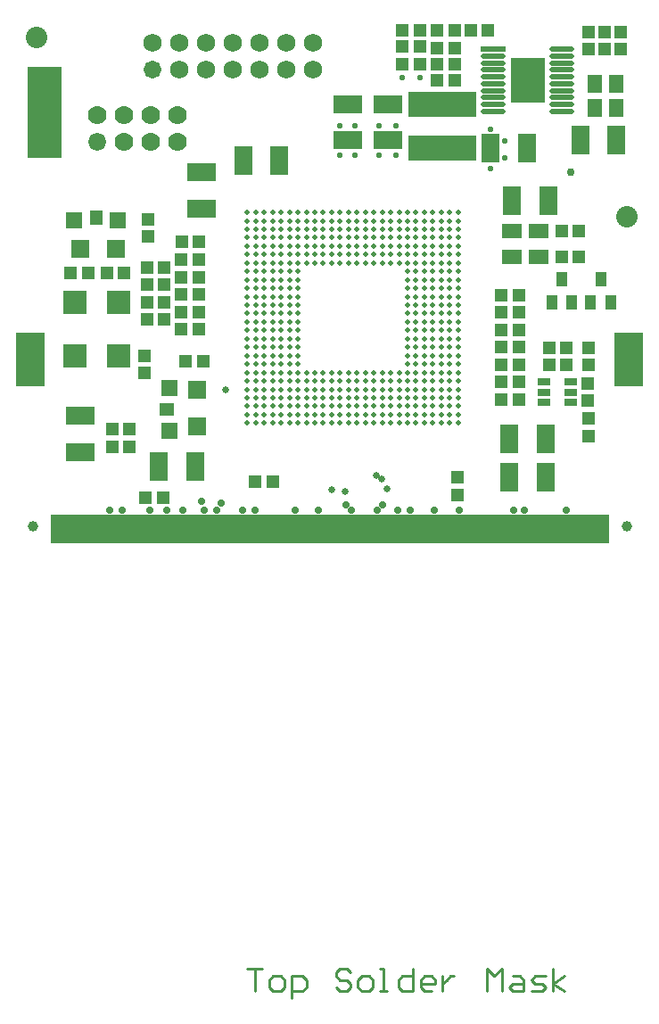
<source format=gts>
%FSLAX24Y24*%
%MOIN*%
G70*
G01*
G75*
%ADD10C,0.0040*%
%ADD11C,0.0400*%
%ADD12C,0.0157*%
%ADD13R,0.0236X0.0906*%
%ADD14R,0.0380X0.0380*%
%ADD15R,0.0315X0.0472*%
%ADD16R,0.0650X0.0500*%
%ADD17R,0.0600X0.1000*%
%ADD18R,0.0600X0.0600*%
%ADD19R,0.0551X0.0512*%
%ADD20R,0.0472X0.0394*%
%ADD21R,0.1000X0.0600*%
%ADD22R,0.0433X0.0236*%
%ADD23R,0.0800X0.0800*%
%ADD24R,0.2480X0.0846*%
%ADD25R,0.0500X0.0600*%
%ADD26R,0.0512X0.0551*%
%ADD27R,0.0394X0.0472*%
%ADD28O,0.0846X0.0138*%
%ADD29R,0.0846X0.0138*%
%ADD30R,0.1181X0.1575*%
%ADD31C,0.0100*%
%ADD32C,0.0060*%
%ADD33C,0.0050*%
%ADD34C,0.0138*%
%ADD35C,0.0200*%
%ADD36C,0.0250*%
%ADD37C,0.0130*%
%ADD38C,0.0500*%
%ADD39C,0.0300*%
%ADD40C,0.0400*%
%ADD41C,0.0110*%
%ADD42C,0.0098*%
%ADD43C,0.0600*%
%ADD44P,0.0600X8X0*%
%ADD45C,0.0620*%
%ADD46P,0.0620X8X0*%
%ADD47C,0.0180*%
%ADD48C,0.0200*%
%ADD49C,0.0500*%
%ADD50C,0.0150*%
%ADD51C,0.0080*%
%ADD52C,0.0059*%
%ADD53C,0.0098*%
%ADD54C,0.0079*%
%ADD55R,2.0896X0.1063*%
%ADD56R,0.1102X0.2008*%
%ADD57R,0.1102X0.2008*%
%ADD58R,0.1250X0.3400*%
%ADD59C,0.0800*%
%ADD60C,0.0394*%
%ADD61R,0.0316X0.0986*%
%ADD62R,0.0460X0.0460*%
%ADD63R,0.0395X0.0552*%
%ADD64R,0.0730X0.0580*%
%ADD65R,0.0680X0.1080*%
%ADD66R,0.0680X0.0680*%
%ADD67R,0.0631X0.0592*%
%ADD68R,0.0552X0.0474*%
%ADD69R,0.1080X0.0680*%
%ADD70R,0.0513X0.0316*%
%ADD71R,0.0880X0.0880*%
%ADD72R,0.2560X0.0926*%
%ADD73R,0.0580X0.0680*%
%ADD74R,0.0592X0.0631*%
%ADD75R,0.0474X0.0552*%
%ADD76O,0.0926X0.0218*%
%ADD77R,0.0926X0.0218*%
%ADD78R,0.1261X0.1655*%
%ADD79C,0.0197*%
%ADD80C,0.0680*%
%ADD81P,0.0680X8X0*%
%ADD82C,0.0700*%
%ADD83P,0.0700X8X0*%
%ADD84C,0.0220*%
%ADD85C,0.0260*%
%ADD86C,0.0280*%
%ADD87C,0.0300*%
D42*
X85145Y62992D02*
X85696D01*
X85421D01*
Y62165D01*
X86109D02*
X86385D01*
X86523Y62303D01*
Y62578D01*
X86385Y62716D01*
X86109D01*
X85972Y62578D01*
Y62303D01*
X86109Y62165D01*
X86798Y61890D02*
Y62716D01*
X87211D01*
X87349Y62578D01*
Y62303D01*
X87211Y62165D01*
X86798D01*
X89002Y62854D02*
X88864Y62992D01*
X88589D01*
X88451Y62854D01*
Y62716D01*
X88589Y62578D01*
X88864D01*
X89002Y62441D01*
Y62303D01*
X88864Y62165D01*
X88589D01*
X88451Y62303D01*
X89415Y62165D02*
X89691D01*
X89829Y62303D01*
Y62578D01*
X89691Y62716D01*
X89415D01*
X89278Y62578D01*
Y62303D01*
X89415Y62165D01*
X90104D02*
X90380D01*
X90242D01*
Y62992D01*
X90104D01*
X91344D02*
Y62165D01*
X90931D01*
X90793Y62303D01*
Y62578D01*
X90931Y62716D01*
X91344D01*
X92033Y62165D02*
X91757D01*
X91619Y62303D01*
Y62578D01*
X91757Y62716D01*
X92033D01*
X92170Y62578D01*
Y62441D01*
X91619D01*
X92446Y62716D02*
Y62165D01*
Y62441D01*
X92584Y62578D01*
X92721Y62716D01*
X92859D01*
X94099Y62165D02*
Y62992D01*
X94374Y62716D01*
X94650Y62992D01*
Y62165D01*
X95063Y62716D02*
X95339D01*
X95476Y62578D01*
Y62165D01*
X95063D01*
X94925Y62303D01*
X95063Y62441D01*
X95476D01*
X95752Y62165D02*
X96165D01*
X96303Y62303D01*
X96165Y62441D01*
X95890D01*
X95752Y62578D01*
X95890Y62716D01*
X96303D01*
X96578Y62165D02*
Y62992D01*
Y62441D02*
X96992Y62716D01*
X96578Y62441D02*
X96992Y62165D01*
D55*
X88231Y79429D02*
D03*
D56*
X99397Y85768D02*
D03*
D57*
X77035Y85768D02*
D03*
D58*
X77559Y94997D02*
D03*
D59*
X99318Y91102D02*
D03*
X77271Y97795D02*
D03*
D60*
X99318Y79527D02*
D03*
X77114D02*
D03*
D61*
X77960Y79449D02*
D03*
X79594D02*
D03*
X79909D02*
D03*
X80224D02*
D03*
X80539D02*
D03*
X80854D02*
D03*
X81169D02*
D03*
X81484D02*
D03*
X81799D02*
D03*
X82114D02*
D03*
X82429D02*
D03*
X82744D02*
D03*
X83059D02*
D03*
X83373D02*
D03*
X83688D02*
D03*
X84003D02*
D03*
X84318D02*
D03*
X84633D02*
D03*
X84948D02*
D03*
X85263D02*
D03*
X85578D02*
D03*
X85893D02*
D03*
X86208D02*
D03*
X86523D02*
D03*
X86838D02*
D03*
X87153D02*
D03*
X87468D02*
D03*
X87783D02*
D03*
X88098D02*
D03*
X88413D02*
D03*
X88728D02*
D03*
X89043D02*
D03*
X89358D02*
D03*
X89673D02*
D03*
X89988D02*
D03*
X90303D02*
D03*
X90618D02*
D03*
X90933D02*
D03*
X91247D02*
D03*
X91562D02*
D03*
X91877D02*
D03*
X92192D02*
D03*
X92507D02*
D03*
X92822D02*
D03*
X93137D02*
D03*
X93452D02*
D03*
X93767D02*
D03*
X94082D02*
D03*
X94397D02*
D03*
X94712D02*
D03*
X95027D02*
D03*
X95342D02*
D03*
X95657D02*
D03*
X95972D02*
D03*
X96287D02*
D03*
X96602D02*
D03*
X96917D02*
D03*
X97232D02*
D03*
X97547D02*
D03*
X97862D02*
D03*
X98177D02*
D03*
X98492D02*
D03*
D62*
X81434Y90997D02*
D03*
Y90347D02*
D03*
X97534Y90547D02*
D03*
X96884D02*
D03*
X95294Y84923D02*
D03*
X97534Y89597D02*
D03*
X96884D02*
D03*
X94644Y84923D02*
D03*
Y85573D02*
D03*
X95294D02*
D03*
X83484Y85697D02*
D03*
X82834D02*
D03*
X80084Y82497D02*
D03*
X80734D02*
D03*
Y83147D02*
D03*
X80084D02*
D03*
X97884Y86197D02*
D03*
Y85547D02*
D03*
X81334Y80597D02*
D03*
X81984D02*
D03*
X79184Y88997D02*
D03*
X78534D02*
D03*
X92984Y81357D02*
D03*
Y80707D02*
D03*
X85434Y81197D02*
D03*
X86084D02*
D03*
X94644Y84273D02*
D03*
X95294D02*
D03*
X97873Y84867D02*
D03*
Y84217D02*
D03*
X94644Y86873D02*
D03*
X95294D02*
D03*
X94644Y86223D02*
D03*
X95294D02*
D03*
X97893Y82905D02*
D03*
Y83555D02*
D03*
X81284Y85897D02*
D03*
Y85247D02*
D03*
X79884Y88997D02*
D03*
X80534D02*
D03*
X95294Y87523D02*
D03*
X94644D02*
D03*
Y88173D02*
D03*
X95294D02*
D03*
X83319Y86889D02*
D03*
X82669D02*
D03*
X83319Y87539D02*
D03*
X82669D02*
D03*
X82034Y87247D02*
D03*
X81384D02*
D03*
X97073Y85567D02*
D03*
X96423D02*
D03*
X82034Y87897D02*
D03*
X81384D02*
D03*
X83319Y88189D02*
D03*
X82669D02*
D03*
X82034Y88547D02*
D03*
X81384D02*
D03*
X83319Y88839D02*
D03*
X82669D02*
D03*
X82034Y89197D02*
D03*
X81384D02*
D03*
X83319Y89489D02*
D03*
X82669D02*
D03*
X83334Y90147D02*
D03*
X82684D02*
D03*
X91584Y96797D02*
D03*
Y97447D02*
D03*
X93484Y98047D02*
D03*
X94134D02*
D03*
X92234Y96797D02*
D03*
X92884D02*
D03*
X97884Y97347D02*
D03*
Y97997D02*
D03*
X90934Y98047D02*
D03*
X91584D02*
D03*
X96418Y86183D02*
D03*
X97068D02*
D03*
X92234Y96197D02*
D03*
X92884D02*
D03*
X99084Y97347D02*
D03*
Y97997D02*
D03*
X98484Y97347D02*
D03*
Y97997D02*
D03*
X92234Y97397D02*
D03*
Y98047D02*
D03*
X92884Y97397D02*
D03*
Y98047D02*
D03*
X90934Y96797D02*
D03*
Y97447D02*
D03*
D63*
X98724Y87886D02*
D03*
X97976D02*
D03*
X98350Y88752D02*
D03*
X97274Y87886D02*
D03*
X96526D02*
D03*
X96900Y88752D02*
D03*
D64*
X96034Y90547D02*
D03*
X95034D02*
D03*
X96034Y89597D02*
D03*
X95034D02*
D03*
D65*
X97584Y93947D02*
D03*
X98934D02*
D03*
X94934Y81347D02*
D03*
X96284D02*
D03*
X94934Y82797D02*
D03*
X96284D02*
D03*
X83184Y81747D02*
D03*
X81834D02*
D03*
X84984Y93197D02*
D03*
X86334D02*
D03*
X95034Y91697D02*
D03*
X96384D02*
D03*
X94234Y93647D02*
D03*
X95584D02*
D03*
D66*
X83268Y83278D02*
D03*
Y84628D02*
D03*
X78884Y89897D02*
D03*
X80234D02*
D03*
D67*
X82234Y83090D02*
D03*
Y84705D02*
D03*
D68*
X82116Y83897D02*
D03*
D69*
X83434Y91397D02*
D03*
Y92747D02*
D03*
X88884Y93947D02*
D03*
Y95297D02*
D03*
X78884Y83647D02*
D03*
Y82297D02*
D03*
X90384Y93947D02*
D03*
Y95297D02*
D03*
D70*
X96223Y84917D02*
D03*
X97247D02*
D03*
X96223Y84169D02*
D03*
Y84543D02*
D03*
X97247Y84169D02*
D03*
Y84543D02*
D03*
D71*
X80337Y85897D02*
D03*
Y87897D02*
D03*
X78684Y85897D02*
D03*
Y87897D02*
D03*
D72*
X92434Y95297D02*
D03*
Y93664D02*
D03*
D73*
X98134Y95147D02*
D03*
Y96047D02*
D03*
X98934Y95147D02*
D03*
Y96047D02*
D03*
D74*
X78677Y90947D02*
D03*
X80291D02*
D03*
D75*
X79484Y91066D02*
D03*
D76*
X96912Y95044D02*
D03*
Y95300D02*
D03*
Y95556D02*
D03*
Y95812D02*
D03*
Y96068D02*
D03*
Y96324D02*
D03*
Y96580D02*
D03*
Y96836D02*
D03*
Y97092D02*
D03*
Y97347D02*
D03*
X94334Y95044D02*
D03*
Y95300D02*
D03*
Y95556D02*
D03*
Y95812D02*
D03*
Y96068D02*
D03*
Y96324D02*
D03*
Y96580D02*
D03*
Y96836D02*
D03*
Y97092D02*
D03*
D77*
Y97347D02*
D03*
D78*
X95623Y96196D02*
D03*
D79*
X85145Y83386D02*
D03*
X85460D02*
D03*
X85775D02*
D03*
X86090D02*
D03*
X86405D02*
D03*
X86720D02*
D03*
X87035D02*
D03*
X87350D02*
D03*
X87665D02*
D03*
X87980D02*
D03*
X88295D02*
D03*
X88610D02*
D03*
X88925D02*
D03*
X89240D02*
D03*
X89555D02*
D03*
X89870D02*
D03*
X90185D02*
D03*
X90499D02*
D03*
X90814D02*
D03*
X91129D02*
D03*
X91444D02*
D03*
X91759D02*
D03*
X92074D02*
D03*
X92389D02*
D03*
X92704D02*
D03*
X93019D02*
D03*
X85145Y83701D02*
D03*
X85460D02*
D03*
X85775D02*
D03*
X86090D02*
D03*
X86405D02*
D03*
X86720D02*
D03*
X87035D02*
D03*
X87350D02*
D03*
X87665D02*
D03*
X87980D02*
D03*
X88295D02*
D03*
X88610D02*
D03*
X88925D02*
D03*
X89240D02*
D03*
X89555D02*
D03*
X89870D02*
D03*
X90185D02*
D03*
X90499D02*
D03*
X90814D02*
D03*
X91129D02*
D03*
X91444D02*
D03*
X91759D02*
D03*
X92074D02*
D03*
X92389D02*
D03*
X92704D02*
D03*
X93019D02*
D03*
X85145Y84016D02*
D03*
X85460D02*
D03*
X85775D02*
D03*
X86090D02*
D03*
X86405D02*
D03*
X86720D02*
D03*
X87035D02*
D03*
X87350D02*
D03*
X87665D02*
D03*
X87980D02*
D03*
X88295D02*
D03*
X88610D02*
D03*
X88925D02*
D03*
X89240D02*
D03*
X89555D02*
D03*
X89870D02*
D03*
X90185D02*
D03*
X90499D02*
D03*
X90814D02*
D03*
X91129D02*
D03*
X91444D02*
D03*
X91759D02*
D03*
X92074D02*
D03*
X92389D02*
D03*
X92704D02*
D03*
X93019D02*
D03*
X85145Y84331D02*
D03*
X85460D02*
D03*
X85775D02*
D03*
X86090D02*
D03*
X86405D02*
D03*
X86720D02*
D03*
X87035D02*
D03*
X87350D02*
D03*
X87665D02*
D03*
X87980D02*
D03*
X88295D02*
D03*
X88610D02*
D03*
X88925D02*
D03*
X89240D02*
D03*
X89555D02*
D03*
X89870D02*
D03*
X90185D02*
D03*
X90499D02*
D03*
X90814D02*
D03*
X91129D02*
D03*
X91444D02*
D03*
X91759D02*
D03*
X92074D02*
D03*
X92389D02*
D03*
X92704D02*
D03*
X93019D02*
D03*
X85145Y84646D02*
D03*
X85460D02*
D03*
X85775D02*
D03*
X86090D02*
D03*
X86405D02*
D03*
X86720D02*
D03*
X87035D02*
D03*
X87350D02*
D03*
X87665D02*
D03*
X87980D02*
D03*
X88295D02*
D03*
X88610D02*
D03*
X88925D02*
D03*
X89240D02*
D03*
X89555D02*
D03*
X89870D02*
D03*
X90185D02*
D03*
X90499D02*
D03*
X90814D02*
D03*
X91129D02*
D03*
X91444D02*
D03*
X91759D02*
D03*
X92074D02*
D03*
X92389D02*
D03*
X92704D02*
D03*
X93019D02*
D03*
X85145Y84960D02*
D03*
X85460D02*
D03*
X85775D02*
D03*
X86090D02*
D03*
X86405D02*
D03*
X86720D02*
D03*
X87035D02*
D03*
X87350D02*
D03*
X87665D02*
D03*
X87980D02*
D03*
X88295D02*
D03*
X88610D02*
D03*
X88925D02*
D03*
X89240D02*
D03*
X89555D02*
D03*
X89870D02*
D03*
X90185D02*
D03*
X90499D02*
D03*
X90814D02*
D03*
X91129D02*
D03*
X91444D02*
D03*
X91759D02*
D03*
X92074D02*
D03*
X92389D02*
D03*
X92704D02*
D03*
X93019D02*
D03*
X85145Y85275D02*
D03*
X85460D02*
D03*
X85775D02*
D03*
X86090D02*
D03*
X86405D02*
D03*
X86720D02*
D03*
X87035D02*
D03*
X87350D02*
D03*
X87665D02*
D03*
X87980D02*
D03*
X88295D02*
D03*
X88610D02*
D03*
X88925D02*
D03*
X89240D02*
D03*
X89555D02*
D03*
X89870D02*
D03*
X90185D02*
D03*
X90499D02*
D03*
X90814D02*
D03*
X91129D02*
D03*
X91444D02*
D03*
X91759D02*
D03*
X92074D02*
D03*
X92389D02*
D03*
X92704D02*
D03*
X93019D02*
D03*
X85145Y85590D02*
D03*
X85460D02*
D03*
X85775D02*
D03*
X86090D02*
D03*
X86405D02*
D03*
X86720D02*
D03*
X87035D02*
D03*
X91129D02*
D03*
X91444D02*
D03*
X91759D02*
D03*
X92074D02*
D03*
X92389D02*
D03*
X92704D02*
D03*
X93019D02*
D03*
X85145Y85905D02*
D03*
X85460D02*
D03*
X85775D02*
D03*
X86090D02*
D03*
X86405D02*
D03*
X86720D02*
D03*
X87035D02*
D03*
X91129D02*
D03*
X91444D02*
D03*
X91759D02*
D03*
X92074D02*
D03*
X92389D02*
D03*
X92704D02*
D03*
X93019D02*
D03*
X85145Y86220D02*
D03*
X85460D02*
D03*
X85775D02*
D03*
X86090D02*
D03*
X86405D02*
D03*
X86720D02*
D03*
X87035D02*
D03*
X91129D02*
D03*
X91444D02*
D03*
X91759D02*
D03*
X92074D02*
D03*
X92389D02*
D03*
X92704D02*
D03*
X93019D02*
D03*
X85145Y86535D02*
D03*
X85460D02*
D03*
X85775D02*
D03*
X86090D02*
D03*
X86405D02*
D03*
X86720D02*
D03*
X87035D02*
D03*
X91129D02*
D03*
X91444D02*
D03*
X91759D02*
D03*
X92074D02*
D03*
X92389D02*
D03*
X92704D02*
D03*
X93019D02*
D03*
X85145Y86850D02*
D03*
X85460D02*
D03*
X85775D02*
D03*
X86090D02*
D03*
X86405D02*
D03*
X86720D02*
D03*
X87035D02*
D03*
X91129D02*
D03*
X91444D02*
D03*
X91759D02*
D03*
X92074D02*
D03*
X92389D02*
D03*
X92704D02*
D03*
X93019D02*
D03*
X85145Y87165D02*
D03*
X85460D02*
D03*
X85775D02*
D03*
X86090D02*
D03*
X86405D02*
D03*
X86720D02*
D03*
X87035D02*
D03*
X91129D02*
D03*
X91444D02*
D03*
X91759D02*
D03*
X92074D02*
D03*
X92389D02*
D03*
X92704D02*
D03*
X93019D02*
D03*
X85145Y87480D02*
D03*
X85460D02*
D03*
X85775D02*
D03*
X86090D02*
D03*
X86405D02*
D03*
X86720D02*
D03*
X87035D02*
D03*
X91129D02*
D03*
X91444D02*
D03*
X91759D02*
D03*
X92074D02*
D03*
X92389D02*
D03*
X92704D02*
D03*
X93019D02*
D03*
X85145Y87795D02*
D03*
X85460D02*
D03*
X85775D02*
D03*
X86090D02*
D03*
X86405D02*
D03*
X86720D02*
D03*
X87035D02*
D03*
X91129D02*
D03*
X91444D02*
D03*
X91759D02*
D03*
X92074D02*
D03*
X92389D02*
D03*
X92704D02*
D03*
X93019D02*
D03*
X85145Y88110D02*
D03*
X85460D02*
D03*
X85775D02*
D03*
X86090D02*
D03*
X86405D02*
D03*
X86720D02*
D03*
X87035D02*
D03*
X91129D02*
D03*
X91444D02*
D03*
X91759D02*
D03*
X92074D02*
D03*
X92389D02*
D03*
X92704D02*
D03*
X93019D02*
D03*
X85145Y88425D02*
D03*
X85460D02*
D03*
X85775D02*
D03*
X86090D02*
D03*
X86405D02*
D03*
X86720D02*
D03*
X87035D02*
D03*
X91129D02*
D03*
X91444D02*
D03*
X91759D02*
D03*
X92074D02*
D03*
X92389D02*
D03*
X92704D02*
D03*
X93019D02*
D03*
X85145Y88740D02*
D03*
X85460D02*
D03*
X85775D02*
D03*
X86090D02*
D03*
X86405D02*
D03*
X86720D02*
D03*
X87035D02*
D03*
X91129D02*
D03*
X91444D02*
D03*
X91759D02*
D03*
X92074D02*
D03*
X92389D02*
D03*
X92704D02*
D03*
X93019D02*
D03*
X85145Y89055D02*
D03*
X85460D02*
D03*
X85775D02*
D03*
X86090D02*
D03*
X86405D02*
D03*
X86720D02*
D03*
X87035D02*
D03*
X91129D02*
D03*
X91444D02*
D03*
X91759D02*
D03*
X92074D02*
D03*
X92389D02*
D03*
X92704D02*
D03*
X93019D02*
D03*
X85145Y89370D02*
D03*
X85460D02*
D03*
X85775D02*
D03*
X86090D02*
D03*
X86405D02*
D03*
X86720D02*
D03*
X87035D02*
D03*
X87350D02*
D03*
X87665D02*
D03*
X87980D02*
D03*
X88295D02*
D03*
X88610D02*
D03*
X88925D02*
D03*
X89240D02*
D03*
X89555D02*
D03*
X89870D02*
D03*
X90185D02*
D03*
X90499D02*
D03*
X90814D02*
D03*
X91129D02*
D03*
X91444D02*
D03*
X91759D02*
D03*
X92074D02*
D03*
X92389D02*
D03*
X92704D02*
D03*
X93019D02*
D03*
X85145Y89685D02*
D03*
X85460D02*
D03*
X85775D02*
D03*
X86090D02*
D03*
X86405D02*
D03*
X86720D02*
D03*
X87035D02*
D03*
X87350D02*
D03*
X87665D02*
D03*
X87980D02*
D03*
X88295D02*
D03*
X88610D02*
D03*
X88925D02*
D03*
X89240D02*
D03*
X89555D02*
D03*
X89870D02*
D03*
X90185D02*
D03*
X90499D02*
D03*
X90814D02*
D03*
X91129D02*
D03*
X91444D02*
D03*
X91759D02*
D03*
X92074D02*
D03*
X92389D02*
D03*
X92704D02*
D03*
X93019D02*
D03*
X85145Y90000D02*
D03*
X85460D02*
D03*
X85775D02*
D03*
X86090D02*
D03*
X86405D02*
D03*
X86720D02*
D03*
X87035D02*
D03*
X87350D02*
D03*
X87665D02*
D03*
X87980D02*
D03*
X88295D02*
D03*
X88610D02*
D03*
X88925D02*
D03*
X89240D02*
D03*
X89555D02*
D03*
X89870D02*
D03*
X90185D02*
D03*
X90499D02*
D03*
X90814D02*
D03*
X91129D02*
D03*
X91444D02*
D03*
X91759D02*
D03*
X92074D02*
D03*
X92389D02*
D03*
X92704D02*
D03*
X93019D02*
D03*
X85145Y90315D02*
D03*
X85460D02*
D03*
X85775D02*
D03*
X86090D02*
D03*
X86405D02*
D03*
X86720D02*
D03*
X87035D02*
D03*
X87350D02*
D03*
X87665D02*
D03*
X87980D02*
D03*
X88295D02*
D03*
X88610D02*
D03*
X88925D02*
D03*
X89240D02*
D03*
X89555D02*
D03*
X89870D02*
D03*
X90185D02*
D03*
X90499D02*
D03*
X90814D02*
D03*
X91129D02*
D03*
X91444D02*
D03*
X91759D02*
D03*
X92074D02*
D03*
X92389D02*
D03*
X92704D02*
D03*
X93019D02*
D03*
X85145Y90630D02*
D03*
X85460D02*
D03*
X85775D02*
D03*
X86090D02*
D03*
X86405D02*
D03*
X86720D02*
D03*
X87035D02*
D03*
X87350D02*
D03*
X87665D02*
D03*
X87980D02*
D03*
X88295D02*
D03*
X88610D02*
D03*
X88925D02*
D03*
X89240D02*
D03*
X89555D02*
D03*
X89870D02*
D03*
X90185D02*
D03*
X90499D02*
D03*
X90814D02*
D03*
X91129D02*
D03*
X91444D02*
D03*
X91759D02*
D03*
X92074D02*
D03*
X92389D02*
D03*
X92704D02*
D03*
X93019D02*
D03*
X85145Y90945D02*
D03*
X85460D02*
D03*
X85775D02*
D03*
X86090D02*
D03*
X86405D02*
D03*
X86720D02*
D03*
X87035D02*
D03*
X87350D02*
D03*
X87665D02*
D03*
X87980D02*
D03*
X88295D02*
D03*
X88610D02*
D03*
X88925D02*
D03*
X89240D02*
D03*
X89555D02*
D03*
X89870D02*
D03*
X90185D02*
D03*
X90499D02*
D03*
X90814D02*
D03*
X91129D02*
D03*
X91444D02*
D03*
X91759D02*
D03*
X92074D02*
D03*
X92389D02*
D03*
X92704D02*
D03*
X93019D02*
D03*
X85145Y91260D02*
D03*
X85460D02*
D03*
X85775D02*
D03*
X86090D02*
D03*
X86405D02*
D03*
X86720D02*
D03*
X87035D02*
D03*
X87350D02*
D03*
X87665D02*
D03*
X87980D02*
D03*
X88295D02*
D03*
X88610D02*
D03*
X88925D02*
D03*
X89240D02*
D03*
X89555D02*
D03*
X89870D02*
D03*
X90185D02*
D03*
X90499D02*
D03*
X90814D02*
D03*
X91129D02*
D03*
X91444D02*
D03*
X91759D02*
D03*
X92074D02*
D03*
X92389D02*
D03*
X92704D02*
D03*
X93019D02*
D03*
D80*
X87584Y96597D02*
D03*
X86584D02*
D03*
X85584D02*
D03*
X84584D02*
D03*
X83584D02*
D03*
X82584D02*
D03*
X87584Y97597D02*
D03*
X86584D02*
D03*
X85584D02*
D03*
X84584D02*
D03*
X83584D02*
D03*
X82584D02*
D03*
X81584D02*
D03*
D81*
Y96597D02*
D03*
D82*
X82534Y94897D02*
D03*
Y93897D02*
D03*
X81534Y94897D02*
D03*
Y93897D02*
D03*
X80534Y94897D02*
D03*
Y93897D02*
D03*
X79534Y94897D02*
D03*
D83*
Y93897D02*
D03*
D84*
X91584Y96297D02*
D03*
X88610Y94488D02*
D03*
X89161D02*
D03*
X90066D02*
D03*
X90696D02*
D03*
X88610Y93386D02*
D03*
X89161D02*
D03*
X90066D02*
D03*
X90696D02*
D03*
X94240Y94370D02*
D03*
Y92913D02*
D03*
X94751Y93937D02*
D03*
Y93307D02*
D03*
X90934Y96297D02*
D03*
D85*
X84346Y84628D02*
D03*
X90362Y80935D02*
D03*
X90175Y81289D02*
D03*
X89948Y81427D02*
D03*
X88295Y80905D02*
D03*
X88807Y80817D02*
D03*
D86*
X84003Y80118D02*
D03*
X82114D02*
D03*
X81484D02*
D03*
X84948D02*
D03*
X86917Y80118D02*
D03*
X87783Y80118D02*
D03*
X89043D02*
D03*
X89988D02*
D03*
X91247D02*
D03*
X92114Y80118D02*
D03*
X95106D02*
D03*
X93059D02*
D03*
X79988D02*
D03*
X80460D02*
D03*
X82744Y80118D02*
D03*
X83531Y80118D02*
D03*
X84171Y80394D02*
D03*
X85421Y80118D02*
D03*
X88836Y80344D02*
D03*
X90775Y80118D02*
D03*
X95499D02*
D03*
X97074D02*
D03*
X90194Y80344D02*
D03*
X83433Y80462D02*
D03*
D87*
X97234Y92747D02*
D03*
M02*

</source>
